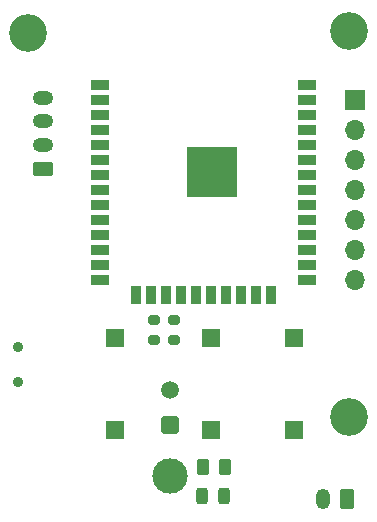
<source format=gbr>
%TF.GenerationSoftware,KiCad,Pcbnew,8.0.2-8.0.2-0~ubuntu22.04.1*%
%TF.CreationDate,2024-05-08T22:35:07+02:00*%
%TF.ProjectId,MailBox_LP_Notifier,4d61696c-426f-4785-9f4c-505f4e6f7469,rev?*%
%TF.SameCoordinates,Original*%
%TF.FileFunction,Soldermask,Bot*%
%TF.FilePolarity,Negative*%
%FSLAX46Y46*%
G04 Gerber Fmt 4.6, Leading zero omitted, Abs format (unit mm)*
G04 Created by KiCad (PCBNEW 8.0.2-8.0.2-0~ubuntu22.04.1) date 2024-05-08 22:35:07*
%MOMM*%
%LPD*%
G01*
G04 APERTURE LIST*
G04 Aperture macros list*
%AMRoundRect*
0 Rectangle with rounded corners*
0 $1 Rounding radius*
0 $2 $3 $4 $5 $6 $7 $8 $9 X,Y pos of 4 corners*
0 Add a 4 corners polygon primitive as box body*
4,1,4,$2,$3,$4,$5,$6,$7,$8,$9,$2,$3,0*
0 Add four circle primitives for the rounded corners*
1,1,$1+$1,$2,$3*
1,1,$1+$1,$4,$5*
1,1,$1+$1,$6,$7*
1,1,$1+$1,$8,$9*
0 Add four rect primitives between the rounded corners*
20,1,$1+$1,$2,$3,$4,$5,0*
20,1,$1+$1,$4,$5,$6,$7,0*
20,1,$1+$1,$6,$7,$8,$9,0*
20,1,$1+$1,$8,$9,$2,$3,0*%
G04 Aperture macros list end*
%ADD10C,0.900000*%
%ADD11C,3.200000*%
%ADD12C,3.000000*%
%ADD13RoundRect,0.250001X0.499999X0.499999X-0.499999X0.499999X-0.499999X-0.499999X0.499999X-0.499999X0*%
%ADD14C,1.500000*%
%ADD15R,1.700000X1.700000*%
%ADD16O,1.700000X1.700000*%
%ADD17RoundRect,0.250000X0.625000X-0.350000X0.625000X0.350000X-0.625000X0.350000X-0.625000X-0.350000X0*%
%ADD18O,1.750000X1.200000*%
%ADD19R,1.500000X1.500000*%
%ADD20RoundRect,0.200000X-0.275000X0.200000X-0.275000X-0.200000X0.275000X-0.200000X0.275000X0.200000X0*%
%ADD21R,1.500000X0.900000*%
%ADD22R,0.900000X1.500000*%
%ADD23C,0.600000*%
%ADD24R,4.200000X4.200000*%
%ADD25RoundRect,0.250000X-0.262500X-0.450000X0.262500X-0.450000X0.262500X0.450000X-0.262500X0.450000X0*%
%ADD26RoundRect,0.250000X0.350000X0.625000X-0.350000X0.625000X-0.350000X-0.625000X0.350000X-0.625000X0*%
%ADD27O,1.200000X1.750000*%
%ADD28RoundRect,0.243750X0.243750X0.456250X-0.243750X0.456250X-0.243750X-0.456250X0.243750X-0.456250X0*%
G04 APERTURE END LIST*
D10*
%TO.C,SW2*%
X119906000Y-85241000D03*
X119906000Y-88241000D03*
%TD*%
D11*
%TO.C,H3*%
X147955000Y-91186000D03*
%TD*%
D12*
%TO.C,SW1*%
X132765800Y-96191800D03*
D13*
X132765800Y-91871800D03*
D14*
X132765800Y-88871800D03*
%TD*%
D15*
%TO.C,J2*%
X148437200Y-64332800D03*
D16*
X148437200Y-66872800D03*
X148437200Y-69412800D03*
X148437200Y-71952800D03*
X148437200Y-74492800D03*
X148437200Y-77032800D03*
X148437200Y-79572800D03*
%TD*%
D11*
%TO.C,H2*%
X147904200Y-58521600D03*
%TD*%
%TO.C,H1*%
X120751600Y-58623200D03*
%TD*%
D17*
%TO.C,J3*%
X122058600Y-70132200D03*
D18*
X122058600Y-68132200D03*
X122058600Y-66132200D03*
X122058600Y-64132200D03*
%TD*%
D19*
%TO.C,SW4*%
X136271000Y-92292000D03*
X136271000Y-84492000D03*
%TD*%
D20*
%TO.C,R12*%
X133121400Y-82969600D03*
X133121400Y-84619600D03*
%TD*%
D21*
%TO.C,U3*%
X144386000Y-63065400D03*
X144386000Y-64335400D03*
X144386000Y-65605400D03*
X144386000Y-66875400D03*
X144386000Y-68145400D03*
X144386000Y-69415400D03*
X144386000Y-70685400D03*
X144386000Y-71955400D03*
X144386000Y-73225400D03*
X144386000Y-74495400D03*
X144386000Y-75765400D03*
X144386000Y-77035400D03*
X144386000Y-78305400D03*
X144386000Y-79575400D03*
D22*
X141346000Y-80825400D03*
X140076000Y-80825400D03*
X138806000Y-80825400D03*
X137536000Y-80825400D03*
X136266000Y-80825400D03*
X134996000Y-80825400D03*
X133726000Y-80825400D03*
X132456000Y-80825400D03*
X131186000Y-80825400D03*
X129916000Y-80825400D03*
D21*
X126886000Y-79575400D03*
X126886000Y-78305400D03*
X126886000Y-77035400D03*
X126886000Y-75765400D03*
X126886000Y-74495400D03*
X126886000Y-73225400D03*
X126886000Y-71955400D03*
X126886000Y-70685400D03*
X126886000Y-69415400D03*
X126886000Y-68145400D03*
X126886000Y-66875400D03*
X126886000Y-65605400D03*
X126886000Y-64335400D03*
X126886000Y-63065400D03*
D23*
X137841000Y-71167900D03*
X137841000Y-69642900D03*
X137078500Y-71930400D03*
X137078500Y-70405400D03*
X137078500Y-68880400D03*
X136316000Y-71167900D03*
D24*
X136316000Y-70405400D03*
D23*
X136316000Y-69642900D03*
X135553500Y-71930400D03*
X135553500Y-70405400D03*
X135553500Y-68880400D03*
X134791000Y-71167900D03*
X134791000Y-69642900D03*
%TD*%
D19*
%TO.C,SW3*%
X143281400Y-92266600D03*
X143281400Y-84466600D03*
%TD*%
D25*
%TO.C,R6*%
X135587100Y-95377000D03*
X137412100Y-95377000D03*
%TD*%
D20*
%TO.C,R8*%
X131394200Y-82969600D03*
X131394200Y-84619600D03*
%TD*%
D26*
%TO.C,J1*%
X147761200Y-98129000D03*
D27*
X145761200Y-98129000D03*
%TD*%
D28*
%TO.C,D3*%
X137386300Y-97891600D03*
X135511300Y-97891600D03*
%TD*%
D19*
%TO.C,SW5*%
X128117600Y-92292000D03*
X128117600Y-84492000D03*
%TD*%
M02*

</source>
